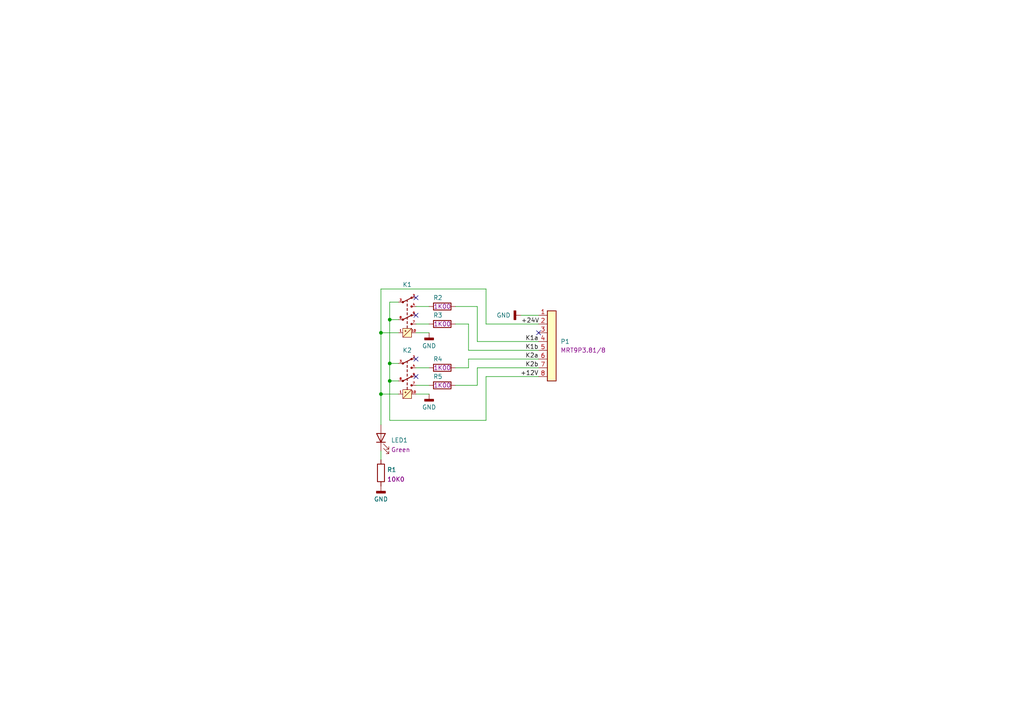
<source format=kicad_sch>
(kicad_sch (version 20211123) (generator eeschema)
  (paper "A4")
  (lib_symbols
    (symbol "Connectors:Terminal Block 8 3.81 Straight" (pin_names (offset 1.016) hide)
      (property "Reference" "P" (at 1.27 1.27 0))
      (property "Comment" "MRT9P3.81/8" (at 0 -30.48 0))
      (symbol "Terminal Block 8 3.81 Straight_1_1"
        (rectangle (start 0 0) (end 2.54 -20.32) (stroke (width 0.254)) (fill (type background)))
        (pin passive line (at -2.54 -1.27 0) (length 2.54) (name "Pin_a1") (number "1"))
        (pin passive line (at -2.54 -3.81 0) (length 2.54) (name "") (number "2"))
        (pin passive line (at -2.54 -6.35 0) (length 2.54) (name "") (number "3"))
        (pin passive line (at -2.54 -8.89 0) (length 2.54) (name "") (number "4"))
        (pin passive line (at -2.54 -11.43 0) (length 2.54) (name "") (number "5"))
        (pin passive line (at -2.54 -13.97 0) (length 2.54) (name "") (number "6"))
        (pin passive line (at -2.54 -16.51 0) (length 2.54) (name "") (number "7"))
        (pin passive line (at -2.54 -19.05 0) (length 2.54) (name "") (number "8"))
      )
    )
    (symbol "CustomPowers:GND" (power) (pin_names (offset 0))
      (property "Value" "GND" (at 0 -3.175 0))
      (symbol "GND_0_1"
        (rectangle (start -1.27 -1.524) (end 1.27 -2.032) (stroke (width 0.254)) (fill (type outline)))
        (polyline (pts (xy 0 0) (xy 0 -1.524)))
      )
      (symbol "GND_1_1"
        (pin power_in line (at 0 0 270) (length 0) hide (name "GND") (number "1"))
      )
    )
    (symbol "LED:3mm Green" (pin_numbers hide) (pin_names (offset 1.016) hide)
      (property "Reference" "LED" (at 0 -2.54 0))
      (property "Comment" "Green" (at 0 -6.35 0))
      (symbol "3mm Green_1_1"
        (polyline (pts (xy -1.27 -1.27) (xy -1.27 1.27)) (stroke (width 0.254)))
        (polyline (pts (xy -1.27 0) (xy 1.27 0)))
        (polyline (pts (xy 1.27 -1.27) (xy 1.27 1.27) (xy -1.27 0) (xy 1.27 -1.27)) (stroke (width 0.254)))
        (polyline (pts (xy -3.048 -0.762) (xy -4.572 -2.286) (xy -3.81 -2.286) (xy -4.572 -2.286) (xy -4.572 -1.524)))
        (polyline (pts (xy -1.778 -0.762) (xy -3.302 -2.286) (xy -2.54 -2.286) (xy -3.302 -2.286) (xy -3.302 -1.524)))
        (pin passive line (at -3.81 0 0) (length 2.54) (name "K") (number "1"))
        (pin passive line (at 3.81 0 180) (length 2.54) (name "A") (number "2"))
      )
    )
    (symbol "Passive:Resistor 0207 10K0" (pin_numbers hide) (pin_names (offset 1.016))
      (property "Reference" "R" (at 0 -5.08 0))
      (property "Comment" "10K0" (at 0 -10.795 0))
      (symbol "Resistor 0207 10K0_1_1"
        (rectangle (start -1.016 -2.54) (end 1.016 2.54) (stroke (width 0.254)))
        (pin passive line (at 0 3.81 270) (length 1.27) (name "~") (number "1"))
        (pin passive line (at 0 -3.81 90) (length 1.27) (name "~") (number "2"))
      )
    )
    (symbol "Passive:Resistor 0207 1K00" (pin_numbers hide) (pin_names (offset 1.016))
      (property "Reference" "R" (at 0 -5.08 0))
      (property "Comment" "1K00" (at 0 -10.795 0))
      (symbol "Resistor 0207 1K00_1_1"
        (rectangle (start -1.016 -2.54) (end 1.016 2.54) (stroke (width 0.254)))
        (pin passive line (at 0 3.81 270) (length 1.27) (name "~") (number "1"))
        (pin passive line (at 0 -3.81 90) (length 1.27) (name "~") (number "2"))
      )
    )
    (symbol "Switches:OMRON G6H-2-100" (pin_names (offset 1.016) hide)
      (property "Reference" "K" (at 1.0922 3.7592 0))
      (property "Comment" "G6H-2-100" (at 5.08 -15.24 0))
      (symbol "OMRON G6H-2-100_0_1"
        (polyline (pts (xy 1.27 -10.16) (xy 3.81 -7.62)))
        (polyline (pts (xy 1.778 -8.382) (xy 2.286 -8.382)))
        (polyline (pts (xy 2.032 -8.128) (xy 2.032 -8.636)))
        (polyline (pts (xy 3.175 -9.398) (xy 3.175 -9.398)))
        (rectangle (start 1.27 -7.62) (end 3.81 -10.16) (stroke (width 0.1524)) (fill (type background)))
      )
      (symbol "OMRON G6H-2-100_1_1"
        (polyline (pts (xy 1.27 -5.08) (xy 3.81 -3.81)) (stroke (width 0.254)))
        (polyline (pts (xy 1.27 0) (xy 3.81 1.27)) (stroke (width 0.254)))
        (polyline (pts (xy 2.54 -7.5184) (xy 2.54 -6.8834)) (stroke (width 0.254)))
        (polyline (pts (xy 2.54 -6.2484) (xy 2.54 -5.6134)) (stroke (width 0.254)))
        (polyline (pts (xy 2.54 -4.9784) (xy 2.54 -4.3434)) (stroke (width 0.254)))
        (polyline (pts (xy 2.54 -3.7084) (xy 2.54 -3.0734)) (stroke (width 0.254)))
        (polyline (pts (xy 2.54 -2.4384) (xy 2.54 -1.8034)) (stroke (width 0.254)))
        (polyline (pts (xy 2.54 -1.1684) (xy 2.54 -0.5334)) (stroke (width 0.254)))
        (polyline (pts (xy 2.54 0.1016) (xy 2.54 0.6096)) (stroke (width 0.254)))
        (circle (center 1.27 -5.08) (radius 0.254) (stroke (width 0.1524)) (fill (type outline)))
        (circle (center 1.27 0) (radius 0.254) (stroke (width 0.1524)) (fill (type outline)))
        (circle (center 3.81 -6.35) (radius 0.254) (stroke (width 0.1524)) (fill (type outline)))
        (circle (center 3.81 -3.81) (radius 0.254) (stroke (width 0.1524)) (fill (type outline)))
        (circle (center 3.81 -1.27) (radius 0.254) (stroke (width 0.1524)) (fill (type outline)))
        (circle (center 3.81 1.27) (radius 0.254) (stroke (width 0.1524)) (fill (type outline)))
        (pin passive line (at 0 -8.89 0) (length 1.27) (name "~") (number "1"))
        (pin passive line (at 5.08 -8.89 180) (length 1.27) (name "~") (number "10"))
        (pin passive line (at 5.08 1.27 180) (length 1.27) (name "~") (number "2"))
        (pin passive line (at 0 0 0) (length 1.27) (name "~") (number "3"))
        (pin passive line (at 5.08 -1.27 180) (length 1.27) (name "~") (number "4"))
        (pin passive line (at 5.08 -6.35 180) (length 1.27) (name "~") (number "7"))
        (pin passive line (at 0 -5.08 0) (length 1.27) (name "~") (number "8"))
        (pin passive line (at 5.08 -3.81 180) (length 1.27) (name "~") (number "9"))
      )
    )
  )
  (junction (at 110.49 114.3))
  (junction (at 113.03 92.71))
  (junction (at 110.49 96.52))
  (junction (at 113.03 105.41))
  (junction (at 113.03 110.49))
  (no_connect (at 120.65 86.36))
  (no_connect (at 120.65 91.44))
  (no_connect (at 120.65 104.14))
  (no_connect (at 120.65 109.22))
  (no_connect (at 156.21 96.52))
  (wire (pts (xy 120.65 88.9) (xy 124.46 88.9)))
  (wire (pts (xy 140.97 93.98) (xy 140.97 83.82)))
  (wire (pts (xy 115.57 87.63) (xy 113.03 87.63)))
  (wire (pts (xy 110.49 83.82) (xy 110.49 96.52)))
  (wire (pts (xy 135.89 101.6) (xy 135.89 93.98)))
  (wire (pts (xy 113.03 105.41) (xy 113.03 110.49)))
  (wire (pts (xy 135.89 93.98) (xy 132.08 93.98)))
  (wire (pts (xy 110.49 96.52) (xy 110.49 114.3)))
  (wire (pts (xy 138.43 111.76) (xy 132.08 111.76)))
  (wire (pts (xy 140.97 109.22) (xy 156.21 109.22)))
  (wire (pts (xy 156.21 106.68) (xy 138.43 106.68)))
  (wire (pts (xy 113.03 87.63) (xy 113.03 92.71)))
  (wire (pts (xy 156.21 99.06) (xy 138.43 99.06)))
  (wire (pts (xy 140.97 109.22) (xy 140.97 121.92)))
  (wire (pts (xy 135.89 104.14) (xy 135.89 106.68)))
  (wire (pts (xy 113.03 105.41) (xy 115.57 105.41)))
  (wire (pts (xy 135.89 106.68) (xy 132.08 106.68)))
  (wire (pts (xy 151.13 91.44) (xy 156.21 91.44)))
  (wire (pts (xy 113.03 92.71) (xy 115.57 92.71)))
  (wire (pts (xy 113.03 92.71) (xy 113.03 105.41)))
  (wire (pts (xy 140.97 121.92) (xy 113.03 121.92)))
  (wire (pts (xy 120.65 114.3) (xy 124.46 114.3)))
  (wire (pts (xy 113.03 121.92) (xy 113.03 110.49)))
  (wire (pts (xy 120.65 106.68) (xy 124.46 106.68)))
  (wire (pts (xy 110.49 114.3) (xy 115.57 114.3)))
  (wire (pts (xy 156.21 101.6) (xy 135.89 101.6)))
  (wire (pts (xy 140.97 83.82) (xy 110.49 83.82)))
  (wire (pts (xy 120.65 93.98) (xy 124.46 93.98)))
  (wire (pts (xy 113.03 110.49) (xy 115.57 110.49)))
  (wire (pts (xy 138.43 106.68) (xy 138.43 111.76)))
  (wire (pts (xy 156.21 104.14) (xy 135.89 104.14)))
  (wire (pts (xy 110.49 130.81) (xy 110.49 133.35)))
  (wire (pts (xy 110.49 114.3) (xy 110.49 123.19)))
  (wire (pts (xy 120.65 96.52) (xy 124.46 96.52)))
  (wire (pts (xy 115.57 96.52) (xy 110.49 96.52)))
  (wire (pts (xy 138.43 88.9) (xy 132.08 88.9)))
  (wire (pts (xy 138.43 99.06) (xy 138.43 88.9)))
  (wire (pts (xy 156.21 93.98) (xy 140.97 93.98)))
  (wire (pts (xy 120.65 111.76) (xy 124.46 111.76)))
  (label "K2a" (at 156.21 104.14 180))
  (label "+24V" (at 151.13 93.98 0))
  (label "K1b" (at 156.21 101.6 180))
  (label "+12V" (at 156.21 109.22 180))
  (label "K2b" (at 156.21 106.68 180))
  (label "K1a" (at 156.21 99.06 180))
  (symbol (lib_id "Switches:OMRON G6H-2-100") (at 115.57 87.63 0) (unit 1)
    (property "Reference" "K1" (at 118.11 82.55 0))
    (property "Value" "OMRON G6H-2-100" (effects hide))
    (property "Footprint" "Semiconductor:DIP-10" (effects hide))
    (property "Datasheet" "${KNV_DATASHEET}\\ZETTLER AZ850-24.pdf" (effects hide))
    (property "Comment" "G6H-2-100" (effects hide))
    (property "Manufacturer" "FUJITSU;ZETTLER" (effects hide))
    (property "ManufacturerPartNo" "A-24W-K;AZ850-24;" (effects hide))
    (property "Supplier" "TME-A-24W-K;TME-AZ850-24;" (effects hide))
  )
  (symbol (lib_id "CustomPowers:GND") (at 124.46 114.3 0) (unit 1)
    (property "Reference" "#PWR03" (effects hide))
    (property "Value" "GND" (at 124.46 118.11 0))
  )
  (symbol (lib_id "CustomPowers:GND") (at 151.13 91.44 270) (unit 1)
    (property "Reference" "#PWR04" (effects hide))
    (property "Value" "GND" (at 146.05 91.44 90))
  )
  (symbol (lib_id "CustomPowers:GND") (at 124.46 96.52 0) (unit 1)
    (property "Reference" "#PWR02" (effects hide))
    (property "Value" "GND" (at 124.46 100.33 0))
  )
  (symbol (lib_id "Passive:Resistor 0207 1K00") (at 128.27 111.76 90) (unit 1)
    (property "Reference" "R5" (at 127 109.22 90))
    (property "Value" "Resistor 0207 1K00" (effects hide))
    (property "Footprint" "Passive:R0207 Axial Horizontal" (effects hide))
    (property "Comment" "1K00" (at 128.27 111.76 90))
    (property "Manufacturer" "LSE" (effects hide))
    (property "ManufacturerPartNo" "1K00 0.6W 1% MF0207;" (effects hide))
    (property "Supplier" "LOM-02-01-43;" (effects hide))
  )
  (symbol (lib_id "Switches:OMRON G6H-2-100") (at 115.57 105.41 0) (unit 1)
    (property "Reference" "K2" (at 118.11 101.6 0))
    (property "Value" "OMRON G6H-2-100" (effects hide))
    (property "Footprint" "Semiconductor:DIP-10" (effects hide))
    (property "Datasheet" "${KNV_DATASHEET}\\ZETTLER AZ850-24.pdf" (effects hide))
    (property "Comment" "G6H-2-100" (effects hide))
    (property "Manufacturer" "FUJITSU;ZETTLER" (effects hide))
    (property "ManufacturerPartNo" "A-24W-K;AZ850-24;" (effects hide))
    (property "Supplier" "TME-A-24W-K;TME-AZ850-24;" (effects hide))
  )
  (symbol (lib_id "Passive:Resistor 0207 1K00") (at 128.27 106.68 90) (unit 1)
    (property "Reference" "R4" (at 127 104.14 90))
    (property "Value" "Resistor 0207 1K00" (effects hide))
    (property "Footprint" "Passive:R0207 Axial Horizontal" (effects hide))
    (property "Comment" "1K00" (at 128.27 106.68 90))
    (property "Manufacturer" "LSE" (effects hide))
    (property "ManufacturerPartNo" "1K00 0.6W 1% MF0207;" (effects hide))
    (property "Supplier" "LOM-02-01-43;" (effects hide))
  )
  (symbol (lib_id "Connectors:Terminal Block 8 3.81 Straight") (at 158.75 90.17 0) (unit 1)
    (property "Reference" "P1" (at 162.56 99.0599 0) (effects (justify left)))
    (property "Value" "Terminal Block 8 3.81 Straight" (effects hide))
    (property "Footprint" "Connectors:Terminal Block 1x08 P3.81 Straight" (effects hide))
    (property "Datasheet" "${KNV_DATASHEET}\\" (effects hide))
    (property "Comment" "MRT9P3.81/8" (at 162.56 101.5999 0) (effects (justify left)))
    (property "Manufacturer" "Stelvio" (effects hide))
    (property "ManufacturerPartNo" "MRT9P3.81/8;" (effects hide))
    (property "Supplier" "LOM-43-19-25; TME-15EDGVC3.81-0P" (effects hide))
  )
  (symbol (lib_id "Passive:Resistor 0207 10K0") (at 110.49 137.16 0) (unit 1)
    (property "Reference" "R1" (at 112.268 136.2515 0) (effects (justify left)))
    (property "Value" "Resistor 0207 10K0" (effects hide))
    (property "Footprint" "Passive:R0207 Axial Horizontal" (effects hide))
    (property "Comment" "10K0" (at 112.268 139.0266 0) (effects (justify left)))
    (property "Manufacturer" "LSE" (effects hide))
    (property "ManufacturerPartNo" "10K0 0.6W 1% MF0207;" (effects hide))
    (property "Supplier" "LOM-02-01-67;" (effects hide))
  )
  (symbol (lib_id "Passive:Resistor 0207 1K00") (at 128.27 88.9 90) (unit 1)
    (property "Reference" "R2" (at 127 86.36 90))
    (property "Value" "Resistor 0207 1K00" (effects hide))
    (property "Footprint" "Passive:R0207 Axial Horizontal" (effects hide))
    (property "Comment" "1K00" (at 128.27 88.9 90))
    (property "Manufacturer" "LSE" (effects hide))
    (property "ManufacturerPartNo" "1K00 0.6W 1% MF0207;" (effects hide))
    (property "Supplier" "LOM-02-01-43;" (effects hide))
  )
  (symbol (lib_id "CustomPowers:GND") (at 110.49 140.97 0) (unit 1)
    (property "Reference" "#PWR01" (effects hide))
    (property "Value" "GND" (at 110.49 144.78 0))
  )
  (symbol (lib_id "Passive:Resistor 0207 1K00") (at 128.27 93.98 90) (unit 1)
    (property "Reference" "R3" (at 127 91.44 90))
    (property "Value" "Resistor 0207 1K00" (effects hide))
    (property "Footprint" "Passive:R0207 Axial Horizontal" (effects hide))
    (property "Comment" "1K00" (at 128.27 93.98 90))
    (property "Manufacturer" "LSE" (effects hide))
    (property "ManufacturerPartNo" "1K00 0.6W 1% MF0207;" (effects hide))
    (property "Supplier" "LOM-02-01-43;" (effects hide))
  )
  (symbol (lib_id "LED:3mm Green") (at 110.49 127 90) (unit 1)
    (property "Reference" "LED1" (at 113.411 127.679 90) (effects (justify right)))
    (property "Value" "3mm Green" (effects hide))
    (property "Footprint" "Passive:LED RAD GRE 3mm" (effects hide))
    (property "Datasheet" "${KNV_DATASHEET}\\Kingbright L-934LGD.pdf" (effects hide))
    (property "Comment" "Green" (at 113.411 130.4541 90) (effects (justify right)))
    (property "Manufacturer" "Kingbright" (effects hide))
    (property "ManufacturerPartNo" "L-934LGD" (effects hide))
    (property "Supplier" "LOM-34-01-32;" (effects hide))
  )
)
</source>
